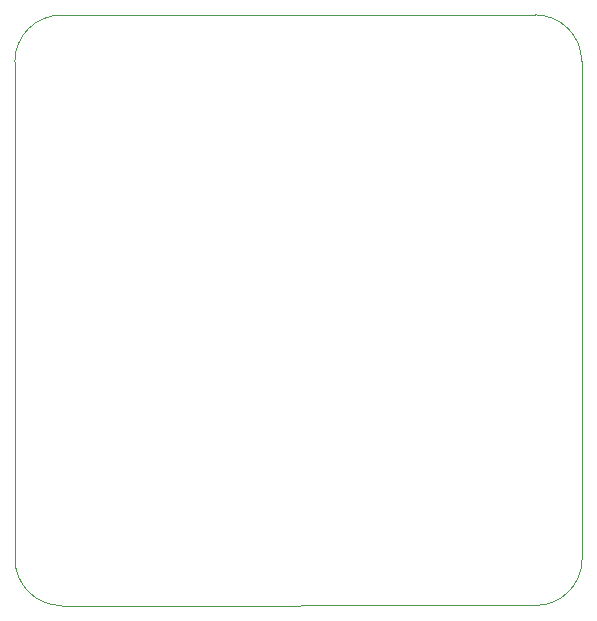
<source format=gm1>
%TF.GenerationSoftware,KiCad,Pcbnew,7.0.9*%
%TF.CreationDate,2024-01-29T23:24:25+02:00*%
%TF.ProjectId,TheftShield_Tracker,54686566-7453-4686-9965-6c645f547261,rev?*%
%TF.SameCoordinates,Original*%
%TF.FileFunction,Profile,NP*%
%FSLAX46Y46*%
G04 Gerber Fmt 4.6, Leading zero omitted, Abs format (unit mm)*
G04 Created by KiCad (PCBNEW 7.0.9) date 2024-01-29 23:24:25*
%MOMM*%
%LPD*%
G01*
G04 APERTURE LIST*
%TA.AperFunction,Profile*%
%ADD10C,0.100000*%
%TD*%
G04 APERTURE END LIST*
D10*
X176930126Y-81102074D02*
X176963400Y-123228800D01*
X132873400Y-77178800D02*
G75*
G03*
X128933400Y-81118800I0J-3940000D01*
G01*
X128953400Y-123238800D02*
X128933400Y-81118800D01*
X173023400Y-127168800D02*
G75*
G03*
X176963400Y-123228800I0J3940000D01*
G01*
X128953400Y-123238800D02*
G75*
G03*
X132893400Y-127178800I3940000J0D01*
G01*
X132873400Y-77178800D02*
X172990126Y-77162074D01*
X176930126Y-81102074D02*
G75*
G03*
X172990126Y-77162074I-3940026J-26D01*
G01*
X173023400Y-127168800D02*
X132893400Y-127178800D01*
M02*

</source>
